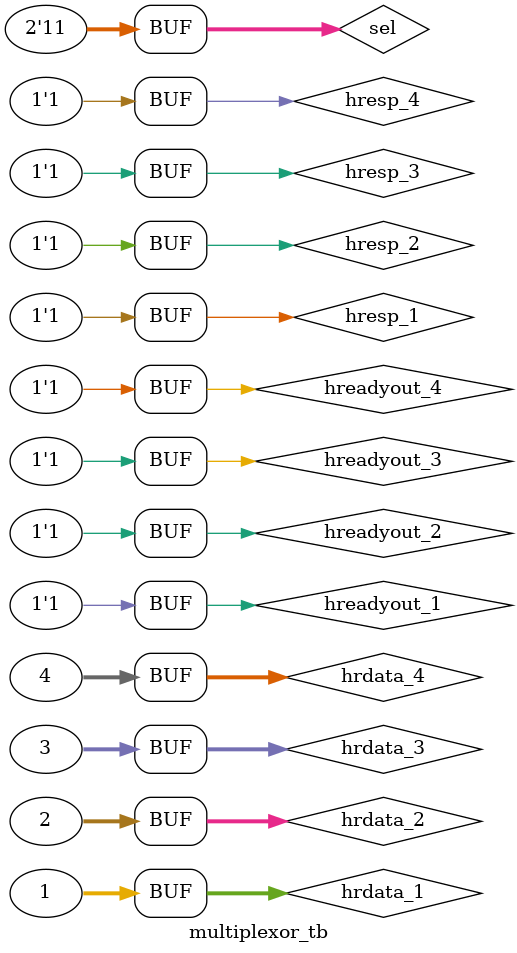
<source format=v>
`timescale 1ns/1ns

module multiplexor_tb();

reg [31:0] hrdata_1;
reg [31:0] hrdata_2;
reg [31:0] hrdata_3;
reg [31:0] hrdata_4;
reg hreadyout_1;
reg hreadyout_2;
reg hreadyout_3;
reg hreadyout_4;
reg hresp_1;
reg hresp_2;
reg hresp_3;
reg hresp_4;
reg [1:0] sel;
wire [31:0] hrdata;
wire hreadyout;
wire hresp;

initial begin
  hrdata_1 = 32'd1;
  hrdata_2 = 32'd2;
  hrdata_3 = 32'd3;
  hrdata_4 = 32'd4;
  hreadyout_1 = 1'b1;
  hreadyout_2 = 1'b1;
  hreadyout_3 = 1'b1;
  hreadyout_4 = 1'b1;
  hresp_1 =1;
  hresp_2 =1;
  hresp_3 =1;
  hresp_4 =1;
  sel = 2'b00;
  #20 sel = 2'b01;
  #20 sel = 2'b10;
  #20 sel = 2'b11;
end

ahb_mux dut(
  .hrdata_1(hrdata_1),
  .hrdata_2(hrdata_2),
  .hrdata_3(hrdata_3),
  .hrdata_4(hrdata_4),
  .hreadyout_1(hreadyout_1),
  .hreadyout_2(hreadyout_2),
  .hreadyout_3(hreadyout_3),
  .hreadyout_4(hreadyout_4),
  .hresp_1(hresp_1),
  .hresp_2(hresp_2),
  .hresp_3(hresp_3),
  .hresp_4(hresp_4),
  .sel(sel),
  .hrdata(hrdata),
  .hreadyout(hreadyout),
  .hresp(hresp)
);

endmodule




</source>
